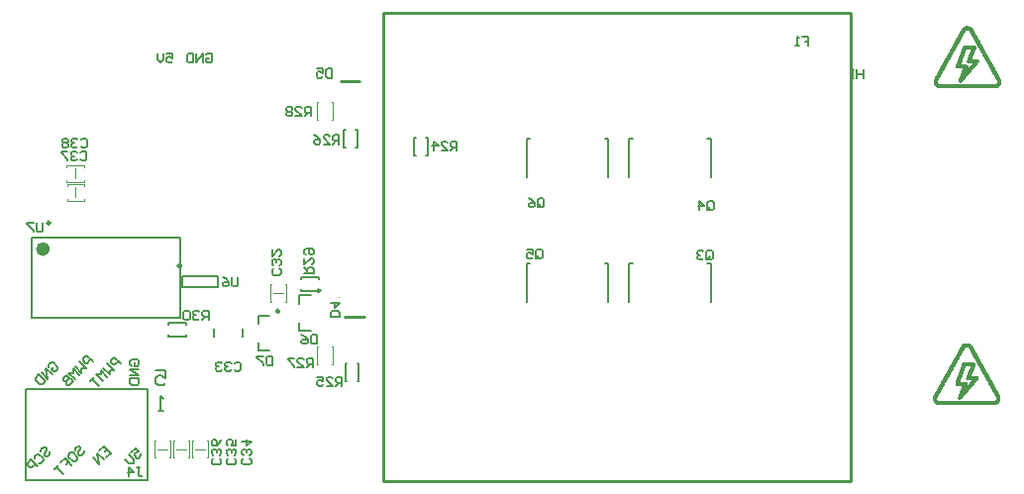
<source format=gbo>
G04*
G04 #@! TF.GenerationSoftware,Altium Limited,Altium Designer,18.0.7 (293)*
G04*
G04 Layer_Color=32896*
%FSLAX25Y25*%
%MOIN*%
G70*
G01*
G75*
%ADD10C,0.01000*%
%ADD11C,0.00984*%
%ADD12C,0.02362*%
%ADD13C,0.00787*%
%ADD14C,0.00394*%
%ADD15C,0.00500*%
%ADD16C,0.00315*%
%ADD17C,0.00100*%
%ADD19C,0.00591*%
%ADD86C,0.00800*%
D10*
X269446Y197327D02*
X426927D01*
Y39846D02*
Y197327D01*
X269446Y39846D02*
Y197327D01*
Y39846D02*
X426927D01*
X255052Y174267D02*
X261647D01*
X256652Y95167D02*
X263246D01*
D11*
X201364Y112200D02*
G03*
X201364Y112200I-492J0D01*
G01*
X248292Y103821D02*
G03*
X248292Y103821I-492J0D01*
G01*
X157358Y126704D02*
G03*
X157358Y126704I-492J0D01*
G01*
X234529Y96980D02*
G03*
X234529Y96980I-492J0D01*
G01*
D12*
X156118Y117846D02*
G03*
X156118Y117846I-1181J0D01*
G01*
D13*
X201758Y104917D02*
X213962D01*
X201758Y108853D02*
X213962D01*
Y104917D02*
Y108853D01*
X201758Y104917D02*
Y108853D01*
X241107Y90435D02*
Y93190D01*
Y90435D02*
X245044D01*
X241107Y99490D02*
Y102246D01*
X245044D01*
X151000Y121783D02*
X201000D01*
X151000Y94617D02*
X201000D01*
X151000D02*
X151000Y121783D01*
X201000D02*
X201000Y94617D01*
X149100Y70600D02*
X190000D01*
X149100Y40000D02*
Y70600D01*
Y40000D02*
X190000D01*
Y70600D01*
X212379Y88422D02*
Y91178D01*
X222221Y88422D02*
Y91178D01*
X227344Y83595D02*
Y86350D01*
Y83595D02*
X231281D01*
X227344Y92650D02*
Y95406D01*
X231281D01*
D14*
X253182Y180763D02*
G03*
X253182Y180763I-197J0D01*
G01*
X254782Y101663D02*
G03*
X254782Y101663I-197J0D01*
G01*
D15*
X345280Y100063D02*
Y113055D01*
X344098D02*
X345280D01*
X317721D02*
X318902D01*
X317721Y100063D02*
Y113055D01*
X197000Y88900D02*
X197000Y88300D01*
X203000Y88300D02*
Y88900D01*
X197000Y88300D02*
X203000Y88300D01*
X197000Y92900D02*
X197000Y92300D01*
X203000D02*
Y92900D01*
X197000Y92900D02*
X203000Y92900D01*
X379748Y142063D02*
Y155055D01*
X378567D02*
X379748D01*
X352189D02*
X353370D01*
X352189Y142063D02*
Y155055D01*
X345280Y142063D02*
Y155055D01*
X344098D02*
X345280D01*
X317721D02*
X318902D01*
X317721Y142063D02*
Y155055D01*
X379780Y100063D02*
Y113055D01*
X378598D02*
X379780D01*
X352221D02*
X353402D01*
X352221Y100063D02*
Y113055D01*
X260700Y151900D02*
Y157900D01*
X260100Y151900D02*
X260700D01*
X260100Y157900D02*
X260700D01*
X256100Y151900D02*
Y157900D01*
Y151900D02*
X256700D01*
X256100Y157900D02*
X256700D01*
X283900Y149500D02*
X284500D01*
X283900Y155500D02*
X284500Y155500D01*
X284500Y149500D01*
X279900D02*
X280500D01*
X279900Y155500D02*
X280500D01*
X279900Y149500D02*
Y155500D01*
X261300Y73500D02*
Y79500D01*
X260700Y73500D02*
X261300D01*
X260700Y79500D02*
X261300D01*
X256700Y73500D02*
Y79500D01*
Y73500D02*
X257300D01*
X256700Y79500D02*
X257300D01*
X241700Y103700D02*
X247700Y103700D01*
X241700Y103700D02*
Y104300D01*
X247700D02*
X247700Y103700D01*
X241700Y108300D02*
X247700Y108300D01*
X241700Y107700D02*
Y108300D01*
X247700Y107700D02*
X247700Y108300D01*
D16*
X162900Y146056D02*
X168806D01*
X168806Y145544D02*
X168806Y146056D01*
X162900Y145544D02*
Y146056D01*
X168806Y140544D02*
Y141056D01*
X162900Y140544D02*
X162900Y141056D01*
X162900Y140544D02*
X168806D01*
X165852Y141725D02*
X165853Y145072D01*
X247144Y161495D02*
Y167400D01*
X247656Y167400D01*
X247144Y161495D02*
X247656D01*
X252144Y167400D02*
X252656D01*
X252144Y161495D02*
X252656Y161495D01*
Y167400D01*
Y79100D02*
Y85005D01*
X252144Y79100D02*
X252656Y79100D01*
X252144Y85005D02*
X252656D01*
X247144Y79100D02*
X247656D01*
X247144Y85005D02*
X247656Y85005D01*
X247144Y79100D02*
Y85005D01*
X192444Y47594D02*
Y53500D01*
X192956Y53500D01*
X192444Y47594D02*
X192956D01*
X197444Y53500D02*
X197956D01*
X197444Y47594D02*
X197956Y47594D01*
Y53500D01*
X193428Y50547D02*
X196775Y50547D01*
X198794Y47594D02*
Y53500D01*
X199306Y53500D01*
X198794Y47594D02*
X199306D01*
X203794Y53500D02*
X204306D01*
X203794Y47594D02*
X204306Y47594D01*
Y53500D01*
X199778Y50547D02*
X203125Y50547D01*
X205144Y47594D02*
Y53500D01*
X205656Y53500D01*
X205144Y47594D02*
X205656D01*
X210144Y53500D02*
X210656D01*
X210144Y47594D02*
X210656Y47594D01*
Y53500D01*
X206128Y50547D02*
X209475Y50547D01*
X231444Y100094D02*
Y106000D01*
X231956Y106000D01*
X231444Y100094D02*
X231956D01*
X236444Y106000D02*
X236956D01*
X236444Y100094D02*
X236956Y100094D01*
Y106000D01*
X232428Y103047D02*
X235775Y103047D01*
X162995Y139556D02*
X168900D01*
X168900Y139044D02*
X168900Y139556D01*
X162995D02*
X162995Y139044D01*
X168900Y134556D02*
X168900Y134044D01*
X162995D02*
X162995Y134556D01*
X162995Y134044D02*
X168900D01*
X165947Y135225D02*
X165947Y138572D01*
D17*
X454900Y175200D02*
X456100D01*
X454900Y175100D02*
X456100D01*
X454800Y175000D02*
X456000D01*
X454800Y174900D02*
X456000D01*
X454800Y174800D02*
X455900D01*
X454800Y174700D02*
X455900D01*
X454800Y174600D02*
X455800D01*
X454800Y174500D02*
X455800D01*
X454800Y174400D02*
X455800D01*
X454800Y174300D02*
X455800D01*
X454800Y174200D02*
X455800D01*
X454800Y174100D02*
X455800D01*
X454800Y174000D02*
X455800D01*
X454800Y173900D02*
X455900D01*
X454800Y173800D02*
X455900D01*
X454800Y173700D02*
X456000D01*
X454800Y173600D02*
X456100D01*
X454900Y173500D02*
X456300D01*
X455400Y176200D02*
X456700D01*
X455400Y176100D02*
X456600D01*
X455300Y176000D02*
X456600D01*
X455300Y175900D02*
X456500D01*
X455200Y175800D02*
X456500D01*
X455200Y175700D02*
X456400D01*
X455100Y175600D02*
X456400D01*
X455100Y175500D02*
X456300D01*
X455000Y175400D02*
X456300D01*
X455000Y175300D02*
X456200D01*
X455000Y173400D02*
X456500D01*
Y178100D02*
X457700D01*
X458300Y181300D02*
X459500D01*
X458200Y181200D02*
X459500D01*
X458200Y181100D02*
X459400D01*
X458100Y181000D02*
X459400D01*
X458000Y180900D02*
X459300D01*
X458000Y180800D02*
X459200D01*
X457900Y180700D02*
X459200D01*
X457900Y180600D02*
X459100D01*
X457800Y180500D02*
X459100D01*
X457800Y180400D02*
X459000D01*
X457700Y180300D02*
X459000D01*
X457700Y180200D02*
X458900D01*
X457600Y180100D02*
X458900D01*
X457500Y180000D02*
X458800D01*
X457500Y179900D02*
X458700D01*
X457400Y179800D02*
X458700D01*
X457400Y179700D02*
X458600D01*
X457300Y179600D02*
X458600D01*
X457300Y179500D02*
X458500D01*
X457200Y179400D02*
X458500D01*
X457200Y179300D02*
X458400D01*
X457100Y179200D02*
X458400D01*
X457000Y179100D02*
X458300D01*
X457000Y179000D02*
X458200D01*
X456900Y178900D02*
X458200D01*
X456900Y178800D02*
X458100D01*
X456800Y178700D02*
X458100D01*
X456800Y178600D02*
X458000D01*
X456700Y178500D02*
X458000D01*
X456700Y178400D02*
X457900D01*
X456600Y178300D02*
X457900D01*
X456500Y178200D02*
X457800D01*
X456400Y178000D02*
X457700D01*
X456400Y177900D02*
X457600D01*
X456300Y177800D02*
X457600D01*
X456300Y177700D02*
X457500D01*
X456200Y177600D02*
X457500D01*
X456200Y177500D02*
X457400D01*
X456100Y177400D02*
X457400D01*
X456100Y177300D02*
X457300D01*
X456000Y177200D02*
X457300D01*
X455900Y177100D02*
X457200D01*
X455900Y177000D02*
X457100D01*
X455800Y176900D02*
X457100D01*
X455800Y176800D02*
X457000D01*
X455700Y176700D02*
X457000D01*
X455700Y176600D02*
X456900D01*
X455600Y176500D02*
X456900D01*
X455600Y176400D02*
X456800D01*
X463700Y176200D02*
X465600D01*
X463600Y176100D02*
X465500D01*
X463600Y176000D02*
X465400D01*
X463500Y175900D02*
X465400D01*
X463500Y175800D02*
X465300D01*
X463500Y175700D02*
X465200D01*
X463400Y175600D02*
X465100D01*
X463400Y175500D02*
X465000D01*
X463300Y175400D02*
X464900D01*
X463300Y175300D02*
X464900D01*
X463300Y175200D02*
X464800D01*
X463200Y175100D02*
X464700D01*
X463200Y175000D02*
X464600D01*
X463100Y174900D02*
X464500D01*
X463100Y174800D02*
X464400D01*
X463100Y174700D02*
X464300D01*
X463100Y174600D02*
X464300D01*
X463100Y174500D02*
X464200D01*
X463200Y174400D02*
X464100D01*
X463300Y174300D02*
X464000D01*
X463400Y174200D02*
X463800D01*
X462900Y181600D02*
X464100D01*
X462900Y181500D02*
X464100D01*
X462900Y181400D02*
X464000D01*
X462800Y181300D02*
X464000D01*
X462800Y181200D02*
X464000D01*
X462700Y181100D02*
X463900D01*
X462700Y181000D02*
X463900D01*
X462700Y180900D02*
X463800D01*
X462600Y180800D02*
X463800D01*
X462600Y180700D02*
X463800D01*
X462600Y180600D02*
X463700D01*
X462500Y180500D02*
X463700D01*
X462500Y180400D02*
X463700D01*
X462500Y180300D02*
X463600D01*
X462400Y180200D02*
X463600D01*
X462400Y180100D02*
X463600D01*
X462400Y180000D02*
X463500D01*
X462300Y179900D02*
X465600D01*
X462300Y179800D02*
X465800D01*
X462200Y179700D02*
X465900D01*
X462200Y179600D02*
X466000D01*
X462200Y179500D02*
X466000D01*
X462200Y179400D02*
X466100D01*
X462200Y179300D02*
X466100D01*
X462200Y179200D02*
X466000D01*
X462200Y179100D02*
X466000D01*
X462300Y179000D02*
X466000D01*
X462400Y178900D02*
X465900D01*
X464400Y178100D02*
X465600D01*
X465800D02*
X467200D01*
X463900Y184200D02*
X465000D01*
X463800Y184100D02*
X465000D01*
X463800Y184000D02*
X465000D01*
X463800Y183900D02*
X464900D01*
X463700Y183800D02*
X464900D01*
X463700Y183700D02*
X464900D01*
X463700Y183600D02*
X464800D01*
X463600Y183500D02*
X464800D01*
X463600Y183400D02*
X464800D01*
X463600Y183300D02*
X464700D01*
X463500Y183200D02*
X464700D01*
X463500Y183100D02*
X464600D01*
X463400Y183000D02*
X464600D01*
X463400Y182900D02*
X464600D01*
X463400Y182800D02*
X464500D01*
X463300Y182700D02*
X464500D01*
X463300Y182600D02*
X464500D01*
X466400D02*
X467500D01*
X463300Y182500D02*
X464400D01*
X466300D02*
X467500D01*
X463200Y182400D02*
X464400D01*
X466300D02*
X467500D01*
X463200Y182300D02*
X464300D01*
X466200D02*
X467400D01*
X463100Y182200D02*
X464300D01*
X466200D02*
X467400D01*
X463100Y182100D02*
X464300D01*
X466200D02*
X467300D01*
X463100Y182000D02*
X464200D01*
X466100D02*
X467300D01*
X463000Y181900D02*
X464200D01*
X466100D02*
X467300D01*
X463000Y181800D02*
X464200D01*
X466000D02*
X467200D01*
X463000Y181700D02*
X464100D01*
X464700Y178800D02*
X465900D01*
X464700Y178700D02*
X465800D01*
X464600Y178600D02*
X465800D01*
X464600Y178500D02*
X465800D01*
X464500Y178400D02*
X465700D01*
X466100D02*
X467500D01*
X464500Y178300D02*
X465700D01*
X466000D02*
X467400D01*
X464500Y178200D02*
X465600D01*
X465900D02*
X467300D01*
X464400Y178000D02*
X465600D01*
X465800D02*
X467100D01*
X464300Y177900D02*
X465500D01*
X465700D02*
X467100D01*
X464300Y177800D02*
X465500D01*
X465600D02*
X467000D01*
X464300Y177700D02*
X465400D01*
X465500D02*
X466900D01*
X464200Y177600D02*
X466800D01*
X464200Y177500D02*
X466700D01*
X464100Y177400D02*
X466600D01*
X464100Y177300D02*
X466600D01*
X464100Y177200D02*
X466500D01*
X464000Y177100D02*
X466400D01*
X464000Y177000D02*
X466300D01*
X463900Y176900D02*
X466200D01*
X463900Y176800D02*
X466100D01*
X463900Y176700D02*
X466000D01*
X463800Y176600D02*
X466000D01*
X463800Y176500D02*
X465900D01*
X463700Y176400D02*
X465800D01*
X459900Y184200D02*
X461200D01*
X459800Y184100D02*
X461100D01*
X459800Y184000D02*
X461000D01*
X459700Y183900D02*
X461000D01*
X459700Y183800D02*
X460900D01*
X462900Y189700D02*
X464200D01*
X462900Y189600D02*
X464100D01*
X462800Y189500D02*
X464100D01*
X462800Y189400D02*
X464000D01*
X462700Y189300D02*
X464000D01*
X462700Y189200D02*
X463900D01*
X462600Y189100D02*
X463900D01*
X462600Y189000D02*
X463800D01*
X462500Y188900D02*
X463800D01*
X462400Y188800D02*
X463700D01*
X462400Y188700D02*
X463600D01*
X462300Y188600D02*
X463600D01*
X462300Y188500D02*
X463500D01*
X462200Y188400D02*
X463500D01*
X462200Y188300D02*
X463400D01*
X462100Y188200D02*
X463400D01*
X462100Y188100D02*
X463300D01*
X462000Y188000D02*
X463300D01*
X461900Y187900D02*
X463200D01*
X461900Y187800D02*
X463100D01*
X461800Y187700D02*
X463100D01*
X461800Y187600D02*
X463000D01*
X461700Y187500D02*
X463000D01*
X461700Y187400D02*
X462900D01*
X461600Y187300D02*
X462900D01*
X460900Y186100D02*
X462200D01*
X464400Y192200D02*
X467500D01*
X464100Y191800D02*
X465700D01*
X464000Y191700D02*
X465400D01*
X464000Y191600D02*
X465300D01*
X463900Y191500D02*
X465200D01*
X463900Y191400D02*
X465100D01*
X463800Y191300D02*
X465100D01*
X463800Y191200D02*
X465000D01*
X463700Y191100D02*
X465000D01*
X463700Y191000D02*
X464900D01*
X463600Y190900D02*
X464900D01*
X463500Y190800D02*
X464800D01*
X463500Y190700D02*
X464700D01*
X463400Y190600D02*
X464700D01*
X463400Y190500D02*
X464600D01*
X463300Y190400D02*
X464600D01*
X463300Y190300D02*
X464500D01*
X463200Y190200D02*
X464500D01*
X463200Y190100D02*
X464400D01*
X463100Y190000D02*
X464400D01*
X463100Y189900D02*
X464300D01*
X463000Y189800D02*
X464300D01*
X464200Y185200D02*
X465400D01*
X464200Y185100D02*
X465400D01*
X464200Y185000D02*
X465300D01*
X464100Y184900D02*
X465300D01*
X464100Y184800D02*
X465300D01*
X464100Y184700D02*
X465200D01*
X464000Y184600D02*
X465200D01*
X464000Y184500D02*
X465100D01*
X463900Y184400D02*
X465100D01*
X461600Y187200D02*
X462800D01*
X461500Y187100D02*
X462800D01*
X461400Y187000D02*
X462700D01*
X461400Y186900D02*
X462600D01*
X461300Y186800D02*
X462600D01*
X461300Y186700D02*
X462500D01*
X461200Y186600D02*
X462500D01*
X461200Y186500D02*
X462400D01*
X461100Y186400D02*
X462400D01*
X461100Y186300D02*
X462300D01*
X461000Y186200D02*
X462300D01*
X460900Y186000D02*
X462100D01*
X460800Y185900D02*
X462100D01*
X460800Y185800D02*
X462000D01*
X460700Y185700D02*
X462000D01*
X460700Y185600D02*
X461900D01*
X460600Y185500D02*
X461900D01*
X460600Y185400D02*
X461800D01*
X460500Y185300D02*
X461800D01*
X460500Y185200D02*
X461700D01*
X460400Y185100D02*
X461600D01*
X460300Y185000D02*
X461600D01*
X460300Y184900D02*
X461500D01*
X460200Y184800D02*
X461500D01*
X460200Y184700D02*
X461400D01*
X460100Y184600D02*
X461400D01*
X460100Y184500D02*
X461300D01*
X460000Y184400D02*
X461300D01*
X465600Y192900D02*
X466300D01*
X465200Y192800D02*
X466700D01*
X465000Y192700D02*
X466900D01*
X464800Y192600D02*
X467100D01*
X464700Y192500D02*
X467200D01*
X464600Y192400D02*
X467300D01*
X470700Y184200D02*
X472000D01*
X470800Y184100D02*
X472100D01*
X470900Y184000D02*
X472100D01*
X470900Y183900D02*
X472200D01*
X474200Y178100D02*
X475400D01*
X471000Y183800D02*
X472200D01*
X471000Y183700D02*
X472300D01*
X471100Y183600D02*
X472300D01*
X471100Y183500D02*
X472400D01*
X471200Y183400D02*
X472500D01*
X471200Y183300D02*
X472500D01*
X471300Y183200D02*
X472600D01*
X471400Y183100D02*
X472600D01*
X471400Y183000D02*
X472700D01*
X471500Y182900D02*
X472700D01*
X471500Y182800D02*
X472800D01*
X471600Y182700D02*
X472900D01*
X471600Y182600D02*
X472900D01*
X471700Y182500D02*
X473000D01*
X471800Y182400D02*
X473000D01*
X471800Y182300D02*
X473100D01*
X471900Y182200D02*
X473100D01*
X471900Y182100D02*
X473200D01*
X472000Y182000D02*
X473200D01*
X472000Y181900D02*
X473300D01*
X472100Y181800D02*
X473400D01*
X472200Y181700D02*
X473400D01*
X472200Y181600D02*
X473500D01*
X472300Y181500D02*
X473500D01*
X472300Y181400D02*
X473600D01*
X472400Y181300D02*
X473600D01*
X472400Y181200D02*
X473700D01*
X472500Y181100D02*
X473700D01*
X472500Y181000D02*
X473800D01*
X472600Y180900D02*
X473900D01*
X472700Y180800D02*
X473900D01*
X472700Y180700D02*
X474000D01*
X472800Y180600D02*
X474000D01*
X472800Y180500D02*
X474100D01*
X472900Y180400D02*
X474100D01*
X472900Y180300D02*
X474200D01*
X473000Y180200D02*
X474200D01*
X473000Y180100D02*
X474300D01*
X473100Y180000D02*
X474400D01*
X473200Y179900D02*
X474400D01*
X473200Y179800D02*
X474500D01*
X473300Y179700D02*
X474500D01*
X473300Y179600D02*
X474600D01*
X473400Y179500D02*
X474600D01*
X473400Y179400D02*
X474700D01*
X473500Y179300D02*
X474700D01*
X473500Y179200D02*
X474800D01*
X473600Y179100D02*
X474900D01*
X473700Y179000D02*
X474900D01*
X473700Y178900D02*
X475000D01*
X473800Y178800D02*
X475000D01*
X473800Y178700D02*
X475100D01*
X473900Y178600D02*
X475100D01*
X473900Y178500D02*
X475200D01*
X474000Y178400D02*
X475200D01*
X474000Y178300D02*
X475300D01*
X474100Y178200D02*
X475400D01*
X474200Y178000D02*
X475500D01*
X474300Y177900D02*
X475500D01*
X468000Y180600D02*
X469400D01*
X467900Y180500D02*
X469300D01*
X467800Y180400D02*
X469200D01*
X467700Y180300D02*
X469100D01*
X469700Y186100D02*
X471000D01*
X469600Y186200D02*
X470900D01*
X469800Y186000D02*
X471000D01*
X469800Y185900D02*
X471100D01*
X469900Y185800D02*
X471100D01*
X469900Y185700D02*
X471200D01*
X470000Y185600D02*
X471200D01*
X470000Y185500D02*
X471300D01*
X470100Y185400D02*
X471300D01*
X470100Y185300D02*
X471400D01*
X470200Y185200D02*
X471400D01*
X470300Y185100D02*
X471500D01*
X470300Y185000D02*
X471600D01*
X470400Y184900D02*
X471600D01*
X470400Y184800D02*
X471700D01*
X470500Y184700D02*
X471700D01*
X470500Y184600D02*
X471800D01*
X470600Y184500D02*
X471800D01*
X470600Y184400D02*
X471900D01*
X467700Y189700D02*
X469000D01*
X467800Y189600D02*
X469000D01*
X467800Y189500D02*
X469100D01*
X467900Y189400D02*
X469100D01*
X467900Y189300D02*
X469200D01*
X468000Y189200D02*
X469200D01*
X468000Y189100D02*
X469300D01*
X468100Y189000D02*
X469300D01*
X468100Y188900D02*
X469400D01*
X468200Y188800D02*
X469500D01*
X468300Y188700D02*
X469500D01*
X468300Y188600D02*
X469600D01*
X468400Y188500D02*
X469600D01*
X468400Y188400D02*
X469700D01*
X468500Y188300D02*
X469700D01*
X468500Y188200D02*
X469800D01*
X468600Y188100D02*
X469800D01*
X468600Y188000D02*
X469900D01*
X468700Y187900D02*
X470000D01*
X468800Y187800D02*
X470000D01*
X468800Y187700D02*
X470100D01*
X468900Y187600D02*
X470100D01*
X468900Y187500D02*
X470200D01*
X469000Y187400D02*
X470200D01*
X469000Y187300D02*
X470300D01*
X469100Y187200D02*
X470300D01*
X469100Y187100D02*
X470400D01*
X469200Y187000D02*
X470500D01*
X469300Y186900D02*
X470500D01*
X469300Y186800D02*
X470600D01*
X469400Y186700D02*
X470600D01*
X469400Y186600D02*
X470700D01*
X469500Y186500D02*
X470700D01*
X469500Y186400D02*
X470800D01*
X469600Y186300D02*
X470800D01*
X475700Y175300D02*
X476900D01*
X475700Y175200D02*
X477000D01*
X475800Y175100D02*
X477000D01*
X475900Y175000D02*
X477100D01*
X475900Y174900D02*
X477100D01*
X476000Y174800D02*
X477100D01*
X476000Y174700D02*
X477100D01*
X476100Y174600D02*
X477100D01*
X476100Y174500D02*
X477100D01*
X476100Y174400D02*
X477100D01*
X476100Y174300D02*
X477100D01*
X476100Y174200D02*
X477100D01*
X476100Y174100D02*
X477100D01*
X476100Y174000D02*
X477100D01*
X476000Y173900D02*
X477100D01*
X476000Y173800D02*
X477100D01*
X475900Y173700D02*
X477100D01*
X475800Y173600D02*
X477100D01*
X455500Y176300D02*
X456800D01*
X464500Y192300D02*
X467400D01*
X463900Y184300D02*
X465100D01*
X463700Y176300D02*
X465700D01*
X460000Y184300D02*
X461200D01*
X470700D02*
X471900D01*
X455000Y173300D02*
X476900D01*
X455100Y173200D02*
X476800D01*
X455100Y173100D02*
X476800D01*
X455200Y173000D02*
X476700D01*
X455300Y172900D02*
X476600D01*
X455400Y172800D02*
X476500D01*
X455500Y172700D02*
X476400D01*
X455700Y172600D02*
X476200D01*
X455800Y172500D02*
X476100D01*
X456100Y172400D02*
X475800D01*
X456400Y172300D02*
X475500D01*
X475200Y176200D02*
X476500D01*
X475300Y176100D02*
X476500D01*
X475300Y176000D02*
X476600D01*
X475400Y175900D02*
X476600D01*
X475400Y175800D02*
X476700D01*
X475500Y175700D02*
X476700D01*
X475500Y175600D02*
X476800D01*
X475600Y175500D02*
X476800D01*
X475600Y175400D02*
X476900D01*
X475600Y173500D02*
X477000D01*
X475400Y173400D02*
X476900D01*
X474300Y177800D02*
X475600D01*
X474400Y177700D02*
X475600D01*
X474400Y177600D02*
X475700D01*
X474500Y177500D02*
X475700D01*
X474500Y177400D02*
X475800D01*
X474600Y177300D02*
X475800D01*
X474600Y177200D02*
X475900D01*
X474700Y177100D02*
X476000D01*
X474800Y177000D02*
X476000D01*
X474800Y176900D02*
X476100D01*
X474900Y176800D02*
X476100D01*
X474900Y176700D02*
X476200D01*
X475000Y176600D02*
X476200D01*
X475000Y176500D02*
X476300D01*
X475100Y176400D02*
X476300D01*
X467000Y184200D02*
X468200D01*
X467000Y184100D02*
X468200D01*
X466900Y184000D02*
X468100D01*
X466900Y183900D02*
X468100D01*
X466800Y183800D02*
X468000D01*
X466800Y183700D02*
X468000D01*
X466800Y183600D02*
X468000D01*
X466700Y183500D02*
X467900D01*
X466700Y183400D02*
X467900D01*
X466600Y183300D02*
X467800D01*
X466600Y183200D02*
X467800D01*
X466600Y183100D02*
X467700D01*
X466500Y183000D02*
X467700D01*
X466500Y182900D02*
X467700D01*
X466400Y182800D02*
X467600D01*
X466400Y182700D02*
X467600D01*
X466000Y181700D02*
X469500D01*
X466000Y181600D02*
X469600D01*
X465900Y181500D02*
X469700D01*
X465900Y181400D02*
X469700D01*
X465900Y181300D02*
X469700D01*
X465800Y181200D02*
X469700D01*
X465800Y181100D02*
X469700D01*
X465900Y181000D02*
X469700D01*
X466000Y180900D02*
X469600D01*
X466100Y180800D02*
X469500D01*
X466300Y180700D02*
X469500D01*
X467600Y180200D02*
X469000D01*
X467500Y180100D02*
X468900D01*
X467500Y180000D02*
X468900D01*
X467400Y179900D02*
X468800D01*
X467300Y179800D02*
X468700D01*
X467200Y179700D02*
X468600D01*
X467100Y179600D02*
X468500D01*
X467000Y179500D02*
X468400D01*
X466900Y179400D02*
X468300D01*
X466900Y179300D02*
X468300D01*
X466800Y179200D02*
X468200D01*
X466700Y179100D02*
X468100D01*
X466600Y179000D02*
X468000D01*
X466500Y178900D02*
X467900D01*
X466400Y178800D02*
X467800D01*
X466400Y178700D02*
X467700D01*
X466300Y178600D02*
X467700D01*
X466200Y178500D02*
X467600D01*
X459600Y183700D02*
X460900D01*
X459600Y183600D02*
X460800D01*
X459500Y183500D02*
X460800D01*
X459400Y183400D02*
X460700D01*
X459400Y183300D02*
X460700D01*
X459300Y183200D02*
X460600D01*
X459300Y183100D02*
X460500D01*
X459200Y183000D02*
X460500D01*
X459200Y182900D02*
X460400D01*
X459100Y182800D02*
X460400D01*
X459000Y182700D02*
X460300D01*
X459000Y182600D02*
X460300D01*
X458900Y182500D02*
X460200D01*
X458900Y182400D02*
X460100D01*
X458800Y182300D02*
X460100D01*
X458800Y182200D02*
X460000D01*
X458700Y182100D02*
X460000D01*
X458700Y182000D02*
X459900D01*
X458600Y181900D02*
X459900D01*
X458500Y181800D02*
X459800D01*
X458500Y181700D02*
X459700D01*
X458400Y181600D02*
X459700D01*
X458400Y181500D02*
X459600D01*
X458300Y181400D02*
X459600D01*
X464600Y186100D02*
X468700D01*
X464300Y192100D02*
X467600D01*
X464200Y192000D02*
X467700D01*
X464200Y191900D02*
X467700D01*
X466200Y191800D02*
X467800D01*
X466500Y191700D02*
X467900D01*
X466600Y191600D02*
X467900D01*
X466700Y191500D02*
X468000D01*
X466800Y191400D02*
X468000D01*
X466800Y191300D02*
X468100D01*
X466900Y191200D02*
X468100D01*
X466900Y191100D02*
X468200D01*
X467000Y191000D02*
X468200D01*
X467000Y190900D02*
X468300D01*
X467100Y190800D02*
X468400D01*
X467200Y190700D02*
X468400D01*
X467200Y190600D02*
X468500D01*
X467300Y190500D02*
X468500D01*
X467300Y190400D02*
X468600D01*
X467400Y190300D02*
X468600D01*
X467400Y190200D02*
X468700D01*
X467500Y190100D02*
X468700D01*
X467500Y190000D02*
X468800D01*
X467600Y189900D02*
X468800D01*
X467600Y189800D02*
X468900D01*
X464800Y186300D02*
X468500D01*
X464600Y186200D02*
X468700D01*
X464500Y186000D02*
X468800D01*
X464500Y185900D02*
X468800D01*
X464400Y185800D02*
X468800D01*
X464400Y185700D02*
X468800D01*
X464400Y185600D02*
X468800D01*
X464300Y185500D02*
X468700D01*
X464300Y185400D02*
X468700D01*
X464300Y185300D02*
X468600D01*
X467400Y185200D02*
X468600D01*
X467400Y185100D02*
X468600D01*
X467300Y185000D02*
X468500D01*
X467300Y184900D02*
X468500D01*
X467200Y184800D02*
X468400D01*
X467200Y184700D02*
X468400D01*
X467200Y184600D02*
X468400D01*
X467100Y184500D02*
X468300D01*
X467100Y184400D02*
X468300D01*
X475100Y176300D02*
X476400D01*
X467000Y184300D02*
X468200D01*
X466800Y77600D02*
X468000D01*
X474900Y69600D02*
X476200D01*
X466900Y77700D02*
X468100D01*
X466900Y77800D02*
X468100D01*
X467000Y77900D02*
X468200D01*
X467000Y78000D02*
X468200D01*
X467000Y78100D02*
X468200D01*
X467100Y78200D02*
X468300D01*
X467100Y78300D02*
X468300D01*
X467200Y78400D02*
X468400D01*
X467200Y78500D02*
X468400D01*
X464100Y78600D02*
X468400D01*
X464100Y78700D02*
X468500D01*
X464100Y78800D02*
X468500D01*
X464200Y78900D02*
X468600D01*
X464200Y79000D02*
X468600D01*
X464200Y79100D02*
X468600D01*
X464300Y79200D02*
X468600D01*
X464300Y79300D02*
X468600D01*
X464400Y79500D02*
X468500D01*
X464600Y79600D02*
X468300D01*
X467400Y83100D02*
X468700D01*
X467400Y83200D02*
X468600D01*
X467300Y83300D02*
X468600D01*
X467300Y83400D02*
X468500D01*
X467200Y83500D02*
X468500D01*
X467200Y83600D02*
X468400D01*
X467100Y83700D02*
X468400D01*
X467100Y83800D02*
X468300D01*
X467000Y83900D02*
X468300D01*
X467000Y84000D02*
X468200D01*
X466900Y84100D02*
X468200D01*
X466800Y84200D02*
X468100D01*
X466800Y84300D02*
X468000D01*
X466700Y84400D02*
X468000D01*
X466700Y84500D02*
X467900D01*
X466600Y84600D02*
X467900D01*
X466600Y84700D02*
X467800D01*
X466500Y84800D02*
X467800D01*
X466400Y84900D02*
X467700D01*
X466300Y85000D02*
X467700D01*
X466000Y85100D02*
X467600D01*
X464000Y85200D02*
X467500D01*
X464000Y85300D02*
X467500D01*
X464100Y85400D02*
X467400D01*
X464400Y79400D02*
X468500D01*
X458100Y74700D02*
X459400D01*
X458200Y74800D02*
X459400D01*
X458200Y74900D02*
X459500D01*
X458300Y75000D02*
X459500D01*
X458300Y75100D02*
X459600D01*
X458400Y75200D02*
X459700D01*
X458500Y75300D02*
X459700D01*
X458500Y75400D02*
X459800D01*
X458600Y75500D02*
X459800D01*
X458600Y75600D02*
X459900D01*
X458700Y75700D02*
X459900D01*
X458700Y75800D02*
X460000D01*
X458800Y75900D02*
X460100D01*
X458800Y76000D02*
X460100D01*
X458900Y76100D02*
X460200D01*
X459000Y76200D02*
X460200D01*
X459000Y76300D02*
X460300D01*
X459100Y76400D02*
X460300D01*
X459100Y76500D02*
X460400D01*
X459200Y76600D02*
X460500D01*
X459200Y76700D02*
X460500D01*
X459300Y76800D02*
X460600D01*
X459400Y76900D02*
X460600D01*
X459400Y77000D02*
X460700D01*
X466000Y71800D02*
X467400D01*
X466100Y71900D02*
X467500D01*
X466200Y72000D02*
X467500D01*
X466200Y72100D02*
X467600D01*
X466300Y72200D02*
X467700D01*
X466400Y72300D02*
X467800D01*
X466500Y72400D02*
X467900D01*
X466600Y72500D02*
X468000D01*
X466700Y72600D02*
X468100D01*
X466700Y72700D02*
X468100D01*
X466800Y72800D02*
X468200D01*
X466900Y72900D02*
X468300D01*
X467000Y73000D02*
X468400D01*
X467100Y73100D02*
X468500D01*
X467200Y73200D02*
X468600D01*
X467300Y73300D02*
X468700D01*
X467300Y73400D02*
X468700D01*
X467400Y73500D02*
X468800D01*
X466100Y74000D02*
X469300D01*
X465900Y74100D02*
X469300D01*
X465800Y74200D02*
X469400D01*
X465700Y74300D02*
X469500D01*
X465600Y74400D02*
X469500D01*
X465600Y74500D02*
X469500D01*
X465700Y74600D02*
X469500D01*
X465700Y74700D02*
X469500D01*
X465700Y74800D02*
X469500D01*
X465800Y74900D02*
X469400D01*
X465800Y75000D02*
X469300D01*
X466200Y76000D02*
X467400D01*
X466200Y76100D02*
X467400D01*
X466300Y76200D02*
X467500D01*
X466300Y76300D02*
X467500D01*
X466400Y76400D02*
X467500D01*
X466400Y76500D02*
X467600D01*
X466400Y76600D02*
X467600D01*
X466500Y76700D02*
X467700D01*
X466500Y76800D02*
X467700D01*
X466600Y76900D02*
X467800D01*
X466600Y77000D02*
X467800D01*
X466600Y77100D02*
X467800D01*
X466700Y77200D02*
X467900D01*
X466700Y77300D02*
X467900D01*
X466800Y77400D02*
X468000D01*
X466800Y77500D02*
X468000D01*
X474900Y69700D02*
X476100D01*
X474800Y69800D02*
X476100D01*
X474800Y69900D02*
X476000D01*
X474700Y70000D02*
X476000D01*
X474700Y70100D02*
X475900D01*
X474600Y70200D02*
X475900D01*
X474600Y70300D02*
X475800D01*
X474500Y70400D02*
X475800D01*
X474400Y70500D02*
X475700D01*
X474400Y70600D02*
X475600D01*
X474300Y70700D02*
X475600D01*
X474300Y70800D02*
X475500D01*
X474200Y70900D02*
X475500D01*
X474200Y71000D02*
X475400D01*
X474100Y71100D02*
X475400D01*
X475200Y66700D02*
X476700D01*
X475400Y66800D02*
X476800D01*
X475400Y68700D02*
X476700D01*
X475400Y68800D02*
X476600D01*
X475300Y68900D02*
X476600D01*
X475300Y69000D02*
X476500D01*
X475200Y69100D02*
X476500D01*
X475200Y69200D02*
X476400D01*
X475100Y69300D02*
X476400D01*
X475100Y69400D02*
X476300D01*
X475000Y69500D02*
X476300D01*
X456200Y65600D02*
X475300D01*
X455900Y65700D02*
X475600D01*
X455600Y65800D02*
X475900D01*
X455500Y65900D02*
X476000D01*
X455300Y66000D02*
X476200D01*
X455200Y66100D02*
X476300D01*
X455100Y66200D02*
X476400D01*
X455000Y66300D02*
X476500D01*
X454900Y66400D02*
X476600D01*
X454900Y66500D02*
X476600D01*
X454800Y66600D02*
X476700D01*
X470500Y77600D02*
X471700D01*
X459800D02*
X461000D01*
X463500Y69600D02*
X465500D01*
X463700Y77600D02*
X464900D01*
X464300Y85600D02*
X467200D01*
X455300Y69600D02*
X456600D01*
X475600Y66900D02*
X476900D01*
X475700Y67000D02*
X476900D01*
X475800Y67100D02*
X476900D01*
X475800Y67200D02*
X476900D01*
X475900Y67300D02*
X476900D01*
X475900Y67400D02*
X476900D01*
X475900Y67500D02*
X476900D01*
X475900Y67600D02*
X476900D01*
X475900Y67700D02*
X476900D01*
X475900Y67800D02*
X476900D01*
X475900Y67900D02*
X476900D01*
X475800Y68000D02*
X476900D01*
X475800Y68100D02*
X476900D01*
X475700Y68200D02*
X476900D01*
X475700Y68300D02*
X476900D01*
X475600Y68400D02*
X476800D01*
X475500Y68500D02*
X476800D01*
X475500Y68600D02*
X476700D01*
X469400Y79600D02*
X470600D01*
X469300Y79700D02*
X470600D01*
X469300Y79800D02*
X470500D01*
X469200Y79900D02*
X470500D01*
X469200Y80000D02*
X470400D01*
X469100Y80100D02*
X470400D01*
X469100Y80200D02*
X470300D01*
X469000Y80300D02*
X470300D01*
X468900Y80400D02*
X470200D01*
X468900Y80500D02*
X470100D01*
X468800Y80600D02*
X470100D01*
X468800Y80700D02*
X470000D01*
X468700Y80800D02*
X470000D01*
X468700Y80900D02*
X469900D01*
X468600Y81000D02*
X469900D01*
X468600Y81100D02*
X469800D01*
X468500Y81200D02*
X469800D01*
X468400Y81300D02*
X469700D01*
X468400Y81400D02*
X469600D01*
X468300Y81500D02*
X469600D01*
X468300Y81600D02*
X469500D01*
X468200Y81700D02*
X469500D01*
X468200Y81800D02*
X469400D01*
X468100Y81900D02*
X469400D01*
X468100Y82000D02*
X469300D01*
X468000Y82100D02*
X469300D01*
X467900Y82200D02*
X469200D01*
X467900Y82300D02*
X469100D01*
X467800Y82400D02*
X469100D01*
X467800Y82500D02*
X469000D01*
X467700Y82600D02*
X469000D01*
X467700Y82700D02*
X468900D01*
X467600Y82800D02*
X468900D01*
X467600Y82900D02*
X468800D01*
X467500Y83000D02*
X468800D01*
X470400Y77700D02*
X471700D01*
X470400Y77800D02*
X471600D01*
X470300Y77900D02*
X471600D01*
X470300Y78000D02*
X471500D01*
X470200Y78100D02*
X471500D01*
X470200Y78200D02*
X471400D01*
X470100Y78300D02*
X471400D01*
X470100Y78400D02*
X471300D01*
X470000Y78500D02*
X471200D01*
X469900Y78600D02*
X471200D01*
X469900Y78700D02*
X471100D01*
X469800Y78800D02*
X471100D01*
X469800Y78900D02*
X471000D01*
X469700Y79000D02*
X471000D01*
X469700Y79100D02*
X470900D01*
X469600Y79200D02*
X470900D01*
X469600Y79300D02*
X470800D01*
X469400Y79500D02*
X470700D01*
X469500Y79400D02*
X470800D01*
X467500Y73600D02*
X468900D01*
X467600Y73700D02*
X469000D01*
X467700Y73800D02*
X469100D01*
X467800Y73900D02*
X469200D01*
X474100Y71200D02*
X475300D01*
X474000Y71300D02*
X475300D01*
X473900Y71500D02*
X475200D01*
X473800Y71600D02*
X475100D01*
X473800Y71700D02*
X475000D01*
X473700Y71800D02*
X475000D01*
X473700Y71900D02*
X474900D01*
X473600Y72000D02*
X474900D01*
X473600Y72100D02*
X474800D01*
X473500Y72200D02*
X474800D01*
X473500Y72300D02*
X474700D01*
X473400Y72400D02*
X474700D01*
X473300Y72500D02*
X474600D01*
X473300Y72600D02*
X474500D01*
X473200Y72700D02*
X474500D01*
X473200Y72800D02*
X474400D01*
X473100Y72900D02*
X474400D01*
X473100Y73000D02*
X474300D01*
X473000Y73100D02*
X474300D01*
X473000Y73200D02*
X474200D01*
X472900Y73300D02*
X474200D01*
X472800Y73400D02*
X474100D01*
X472800Y73500D02*
X474000D01*
X472700Y73600D02*
X474000D01*
X472700Y73700D02*
X473900D01*
X472600Y73800D02*
X473900D01*
X472600Y73900D02*
X473800D01*
X472500Y74000D02*
X473800D01*
X472500Y74100D02*
X473700D01*
X472400Y74200D02*
X473700D01*
X472300Y74300D02*
X473600D01*
X472300Y74400D02*
X473500D01*
X472200Y74500D02*
X473500D01*
X472200Y74600D02*
X473400D01*
X472100Y74700D02*
X473400D01*
X472100Y74800D02*
X473300D01*
X472000Y74900D02*
X473300D01*
X472000Y75000D02*
X473200D01*
X471900Y75100D02*
X473200D01*
X471800Y75200D02*
X473100D01*
X471800Y75300D02*
X473000D01*
X471700Y75400D02*
X473000D01*
X471700Y75500D02*
X472900D01*
X471600Y75600D02*
X472900D01*
X471600Y75700D02*
X472800D01*
X471500Y75800D02*
X472800D01*
X471400Y75900D02*
X472700D01*
X471400Y76000D02*
X472700D01*
X471300Y76100D02*
X472600D01*
X471300Y76200D02*
X472500D01*
X471200Y76300D02*
X472500D01*
X471200Y76400D02*
X472400D01*
X471100Y76500D02*
X472400D01*
X471000Y76600D02*
X472300D01*
X471000Y76700D02*
X472300D01*
X470900Y76800D02*
X472200D01*
X470900Y76900D02*
X472100D01*
X470800Y77000D02*
X472100D01*
X470800Y77100D02*
X472000D01*
X474000Y71400D02*
X475200D01*
X470700Y77200D02*
X472000D01*
X470700Y77300D02*
X471900D01*
X470600Y77400D02*
X471900D01*
X470500Y77500D02*
X471800D01*
X464400Y85700D02*
X467100D01*
X464500Y85800D02*
X467000D01*
X464600Y85900D02*
X466900D01*
X464800Y86000D02*
X466700D01*
X465000Y86100D02*
X466500D01*
X465400Y86200D02*
X466100D01*
X459800Y77700D02*
X461100D01*
X459900Y77800D02*
X461100D01*
X459900Y77900D02*
X461200D01*
X460000Y78000D02*
X461200D01*
X460000Y78100D02*
X461300D01*
X460100Y78200D02*
X461300D01*
X460100Y78300D02*
X461400D01*
X460200Y78400D02*
X461400D01*
X460300Y78500D02*
X461500D01*
X460300Y78600D02*
X461600D01*
X460400Y78700D02*
X461600D01*
X460400Y78800D02*
X461700D01*
X460500Y78900D02*
X461700D01*
X460500Y79000D02*
X461800D01*
X460600Y79100D02*
X461800D01*
X460600Y79200D02*
X461900D01*
X460700Y79300D02*
X461900D01*
X460800Y79500D02*
X462100D01*
X460900Y79600D02*
X462100D01*
X460900Y79700D02*
X462200D01*
X461000Y79800D02*
X462200D01*
X461000Y79900D02*
X462300D01*
X461100Y80000D02*
X462300D01*
X461100Y80100D02*
X462400D01*
X461200Y80200D02*
X462400D01*
X461200Y80300D02*
X462500D01*
X461300Y80400D02*
X462600D01*
X461400Y80500D02*
X462600D01*
X463700Y77700D02*
X464900D01*
X463800Y77800D02*
X464900D01*
X463800Y77900D02*
X465000D01*
X463900Y78000D02*
X465000D01*
X463900Y78100D02*
X465100D01*
X463900Y78200D02*
X465100D01*
X464000Y78300D02*
X465100D01*
X464000Y78400D02*
X465200D01*
X464000Y78500D02*
X465200D01*
X462800Y83100D02*
X464100D01*
X462900Y83200D02*
X464100D01*
X462900Y83300D02*
X464200D01*
X463000Y83400D02*
X464200D01*
X463000Y83500D02*
X464300D01*
X463100Y83600D02*
X464300D01*
X463100Y83700D02*
X464400D01*
X463200Y83800D02*
X464400D01*
X463200Y83900D02*
X464500D01*
X463300Y84000D02*
X464500D01*
X463300Y84100D02*
X464600D01*
X463400Y84200D02*
X464700D01*
X463500Y84300D02*
X464700D01*
X463500Y84400D02*
X464800D01*
X463600Y84500D02*
X464800D01*
X463600Y84600D02*
X464900D01*
X463700Y84700D02*
X464900D01*
X463700Y84800D02*
X465000D01*
X463800Y84900D02*
X465100D01*
X463800Y85000D02*
X465200D01*
X463900Y85100D02*
X465500D01*
X464200Y85500D02*
X467300D01*
X460700Y79400D02*
X462000D01*
X461400Y80600D02*
X462700D01*
X461500Y80700D02*
X462700D01*
X461500Y80800D02*
X462800D01*
X461600Y80900D02*
X462800D01*
X461600Y81000D02*
X462900D01*
X461700Y81100D02*
X462900D01*
X461700Y81200D02*
X463000D01*
X461800Y81300D02*
X463100D01*
X461900Y81400D02*
X463100D01*
X461900Y81500D02*
X463200D01*
X462000Y81600D02*
X463200D01*
X462000Y81700D02*
X463300D01*
X462100Y81800D02*
X463300D01*
X462100Y81900D02*
X463400D01*
X462200Y82000D02*
X463400D01*
X462200Y82100D02*
X463500D01*
X462300Y82200D02*
X463600D01*
X462400Y82300D02*
X463600D01*
X462400Y82400D02*
X463700D01*
X462500Y82500D02*
X463700D01*
X462500Y82600D02*
X463800D01*
X462600Y82700D02*
X463800D01*
X462600Y82800D02*
X463900D01*
X462700Y82900D02*
X463900D01*
X462700Y83000D02*
X464000D01*
X459500Y77100D02*
X460700D01*
X459500Y77200D02*
X460800D01*
X459600Y77300D02*
X460800D01*
X459600Y77400D02*
X460900D01*
X459700Y77500D02*
X461000D01*
X463500Y69700D02*
X465600D01*
X463600Y69800D02*
X465700D01*
X463600Y69900D02*
X465800D01*
X463700Y70000D02*
X465800D01*
X463700Y70100D02*
X465900D01*
X463700Y70200D02*
X466000D01*
X463800Y70300D02*
X466100D01*
X463800Y70400D02*
X466200D01*
X463900Y70500D02*
X466300D01*
X463900Y70600D02*
X466400D01*
X463900Y70700D02*
X466400D01*
X464000Y70800D02*
X466500D01*
X464000Y70900D02*
X466600D01*
X465300Y71000D02*
X466700D01*
X464100D02*
X465200D01*
X465400Y71100D02*
X466800D01*
X464100D02*
X465300D01*
X465500Y71200D02*
X466900D01*
X464100D02*
X465300D01*
X465600Y71300D02*
X466900D01*
X464200D02*
X465400D01*
X465700Y71500D02*
X467100D01*
X464300D02*
X465400D01*
X465800Y71600D02*
X467200D01*
X464300D02*
X465500D01*
X465900Y71700D02*
X467300D01*
X464300D02*
X465500D01*
X464400Y71800D02*
X465600D01*
X464400Y71900D02*
X465600D01*
X464500Y72000D02*
X465600D01*
X464500Y72100D02*
X465700D01*
X462800Y75000D02*
X463900D01*
X465800Y75100D02*
X467000D01*
X462800D02*
X464000D01*
X465900Y75200D02*
X467100D01*
X462800D02*
X464000D01*
X465900Y75300D02*
X467100D01*
X462900D02*
X464000D01*
X466000Y75400D02*
X467100D01*
X462900D02*
X464100D01*
X466000Y75500D02*
X467200D01*
X462900D02*
X464100D01*
X466000Y75600D02*
X467200D01*
X463000D02*
X464100D01*
X466100Y75700D02*
X467300D01*
X463000D02*
X464200D01*
X466100Y75800D02*
X467300D01*
X463100D02*
X464200D01*
X466200Y75900D02*
X467300D01*
X463100D02*
X464300D01*
X463100Y76000D02*
X464300D01*
X463200Y76100D02*
X464300D01*
X463200Y76200D02*
X464400D01*
X463200Y76300D02*
X464400D01*
X463300Y76400D02*
X464400D01*
X463300Y76500D02*
X464500D01*
X463400Y76600D02*
X464500D01*
X463400Y76700D02*
X464600D01*
X463400Y76800D02*
X464600D01*
X463500Y76900D02*
X464600D01*
X463500Y77000D02*
X464700D01*
X463500Y77100D02*
X464700D01*
X463600Y77200D02*
X464700D01*
X463600Y77300D02*
X464800D01*
X463600Y77400D02*
X464800D01*
X463700Y77500D02*
X464800D01*
X465600Y71400D02*
X467000D01*
X464200D02*
X465400D01*
X462200Y72200D02*
X465700D01*
X462100Y72300D02*
X465800D01*
X462000Y72400D02*
X465800D01*
X462000Y72500D02*
X465800D01*
X462000Y72600D02*
X465900D01*
X462000Y72700D02*
X465900D01*
X462000Y72800D02*
X465800D01*
X462000Y72900D02*
X465800D01*
X462000Y73000D02*
X465700D01*
X462100Y73100D02*
X465600D01*
X462100Y73200D02*
X465400D01*
X462200Y73300D02*
X463300D01*
X462200Y73400D02*
X463400D01*
X462200Y73500D02*
X463400D01*
X462300Y73600D02*
X463400D01*
X462300Y73700D02*
X463500D01*
X462300Y73800D02*
X463500D01*
X462400Y73900D02*
X463500D01*
X462400Y74000D02*
X463600D01*
X462400Y74100D02*
X463600D01*
X462500Y74200D02*
X463600D01*
X462500Y74300D02*
X463700D01*
X462500Y74400D02*
X463700D01*
X462600Y74500D02*
X463800D01*
X462600Y74600D02*
X463800D01*
X462700Y74700D02*
X463800D01*
X462700Y74800D02*
X463900D01*
X462700Y74900D02*
X463900D01*
X463200Y67500D02*
X463600D01*
X463100Y67600D02*
X463800D01*
X463000Y67700D02*
X463900D01*
X462900Y67800D02*
X464000D01*
X462900Y67900D02*
X464100D01*
X462900Y68000D02*
X464100D01*
X462900Y68100D02*
X464200D01*
X462900Y68200D02*
X464300D01*
X463000Y68300D02*
X464400D01*
X463000Y68400D02*
X464500D01*
X463100Y68500D02*
X464600D01*
X463100Y68600D02*
X464700D01*
X463100Y68700D02*
X464700D01*
X463200Y68800D02*
X464800D01*
X463200Y68900D02*
X464900D01*
X463300Y69000D02*
X465000D01*
X463300Y69100D02*
X465100D01*
X463300Y69200D02*
X465200D01*
X463400Y69300D02*
X465200D01*
X463400Y69400D02*
X465300D01*
X463500Y69500D02*
X465400D01*
X455400Y69700D02*
X456600D01*
X455400Y69800D02*
X456700D01*
X455500Y69900D02*
X456700D01*
X455500Y70000D02*
X456800D01*
X455600Y70100D02*
X456800D01*
X455600Y70200D02*
X456900D01*
X455700Y70300D02*
X456900D01*
X455700Y70400D02*
X457000D01*
X455800Y70500D02*
X457100D01*
X455900Y70600D02*
X457100D01*
X455900Y70700D02*
X457200D01*
X456000Y70800D02*
X457200D01*
X456000Y70900D02*
X457300D01*
X456100Y71000D02*
X457300D01*
X456100Y71100D02*
X457400D01*
X456200Y71200D02*
X457400D01*
X456200Y71300D02*
X457500D01*
X456300Y71500D02*
X457600D01*
X456400Y71600D02*
X457700D01*
X456500Y71700D02*
X457700D01*
X456500Y71800D02*
X457800D01*
X456600Y71900D02*
X457800D01*
X456600Y72000D02*
X457900D01*
X456700Y72100D02*
X457900D01*
X456700Y72200D02*
X458000D01*
X456800Y72300D02*
X458000D01*
X456800Y72400D02*
X458100D01*
X456900Y72500D02*
X458200D01*
X457000Y72600D02*
X458200D01*
X457000Y72700D02*
X458300D01*
X457100Y72800D02*
X458300D01*
X457100Y72900D02*
X458400D01*
X457200Y73000D02*
X458400D01*
X457200Y73100D02*
X458500D01*
X457300Y73200D02*
X458500D01*
X457300Y73300D02*
X458600D01*
X457400Y73400D02*
X458700D01*
X457500Y73500D02*
X458700D01*
X457500Y73600D02*
X458800D01*
X457600Y73700D02*
X458800D01*
X457600Y73800D02*
X458900D01*
X457700Y73900D02*
X458900D01*
X457700Y74000D02*
X459000D01*
X457800Y74100D02*
X459000D01*
X457800Y74200D02*
X459100D01*
X457900Y74300D02*
X459200D01*
X458000Y74400D02*
X459200D01*
X458000Y74500D02*
X459300D01*
X458100Y74600D02*
X459300D01*
X456300Y71400D02*
X457500D01*
X454800Y66700D02*
X456300D01*
X454800Y68600D02*
X456000D01*
X454800Y68700D02*
X456100D01*
X454900Y68800D02*
X456100D01*
X454900Y68900D02*
X456200D01*
X455000Y69000D02*
X456200D01*
X455000Y69100D02*
X456300D01*
X455100Y69200D02*
X456300D01*
X455100Y69300D02*
X456400D01*
X455200Y69400D02*
X456400D01*
X455200Y69500D02*
X456500D01*
X454700Y66800D02*
X456100D01*
X454600Y66900D02*
X455900D01*
X454600Y67000D02*
X455800D01*
X454600Y67100D02*
X455700D01*
X454600Y67200D02*
X455700D01*
X454600Y67300D02*
X455600D01*
X454600Y67400D02*
X455600D01*
X454600Y67500D02*
X455600D01*
X454600Y67600D02*
X455600D01*
X454600Y67700D02*
X455600D01*
X454600Y67800D02*
X455600D01*
X454600Y67900D02*
X455600D01*
X454600Y68000D02*
X455700D01*
X454600Y68100D02*
X455700D01*
X454600Y68200D02*
X455800D01*
X454600Y68300D02*
X455800D01*
X454700Y68400D02*
X455900D01*
X454700Y68500D02*
X455900D01*
D19*
X173954Y49942D02*
X175438Y51426D01*
X177665Y49200D01*
X176181Y47716D01*
X176552Y50313D02*
X175810Y49571D01*
X175438Y46974D02*
X173212Y49200D01*
X173954Y45489D01*
X171728Y47716D01*
X209801Y183224D02*
X210326Y183749D01*
X211375D01*
X211900Y183224D01*
Y181125D01*
X211375Y180600D01*
X210326D01*
X209801Y181125D01*
Y182174D01*
X210851D01*
X208751Y180600D02*
Y183749D01*
X206652Y180600D01*
Y183749D01*
X205603D02*
Y180600D01*
X204029D01*
X203504Y181125D01*
Y183224D01*
X204029Y183749D01*
X205603D01*
X196501D02*
X198600D01*
Y182174D01*
X197550Y182699D01*
X197026D01*
X196501Y182174D01*
Y181125D01*
X197026Y180600D01*
X198075D01*
X198600Y181125D01*
X195451Y183749D02*
Y181649D01*
X194402Y180600D01*
X193352Y181649D01*
Y183749D01*
X156960Y78171D02*
Y78913D01*
X157703Y79655D01*
X158445Y79655D01*
X159929Y78171D01*
Y77429D01*
X159187Y76687D01*
X158445Y76687D01*
X157703Y77429D01*
X158445Y78171D01*
X158074Y75574D02*
X155847Y77800D01*
X156589Y74089D01*
X154363Y76316D01*
X153621Y75574D02*
X155847Y73347D01*
X154734Y72234D01*
X153992Y72234D01*
X152508Y73718D01*
Y74460D01*
X153621Y75574D01*
X171700Y79900D02*
X169474Y82126D01*
X168360Y81013D01*
Y80271D01*
X169103Y79529D01*
X169845Y79529D01*
X170958Y80642D01*
X167247Y79900D02*
X169474Y77674D01*
X167989D01*
Y76189D01*
X165763Y78416D01*
X167247Y75447D02*
X165021Y77674D01*
Y76189D01*
X163537D01*
X165763Y73963D01*
X162794Y75447D02*
X165021Y73221D01*
X163908Y72108D01*
X163165Y72108D01*
X162794Y72479D01*
Y73221D01*
X163908Y74334D01*
X162794Y73221D01*
X162052D01*
X161681Y73592D01*
Y74334D01*
X162794Y75447D01*
X181100Y79300D02*
X178874Y81526D01*
X177760Y80413D01*
Y79671D01*
X178503Y78929D01*
X179245Y78929D01*
X180358Y80042D01*
X176647Y79300D02*
X178874Y77074D01*
X177389D01*
Y75589D01*
X175163Y77816D01*
X176647Y74847D02*
X174421Y77074D01*
Y75589D01*
X172937D01*
X175163Y73363D01*
X172194Y74847D02*
X170710Y73363D01*
X171452Y74105D01*
X173679Y71879D01*
X184676Y78501D02*
X184151Y79026D01*
Y80075D01*
X184676Y80600D01*
X186775D01*
X187300Y80075D01*
Y79026D01*
X186775Y78501D01*
X185726D01*
Y79550D01*
X187300Y77451D02*
X184151D01*
X187300Y75352D01*
X184151D01*
Y74303D02*
X187300D01*
Y72729D01*
X186775Y72204D01*
X184676D01*
X184151Y72729D01*
Y74303D01*
X184589Y49342D02*
X186074Y50826D01*
X187187Y49713D01*
X186074Y49342D01*
X185703Y48971D01*
Y48229D01*
X186445Y47487D01*
X187187Y47487D01*
X187929Y48229D01*
Y48971D01*
X183847Y48600D02*
X185331Y47116D01*
Y45632D01*
X183847D01*
X182363Y47116D01*
X165760Y49971D02*
Y50713D01*
X166502Y51455D01*
X167245Y51455D01*
X167616Y51084D01*
X167616Y50342D01*
X166874Y49600D01*
X166874Y48858D01*
X167245Y48487D01*
X167987Y48487D01*
X168729Y49229D01*
Y49971D01*
X163534Y48487D02*
X164276Y49229D01*
X165018Y49229D01*
X166502Y47745D01*
Y47003D01*
X165760Y46260D01*
X165018Y46260D01*
X163534Y47745D01*
Y48487D01*
X160937Y45889D02*
X162421Y47374D01*
X163534Y46260D01*
X162792Y45518D01*
X163534Y46260D01*
X164647Y45147D01*
X160194D02*
X158710Y43663D01*
X159452Y44405D01*
X161679Y42179D01*
X154260Y49571D02*
Y50313D01*
X155002Y51055D01*
X155745Y51055D01*
X156116Y50684D01*
X156116Y49942D01*
X155374Y49200D01*
X155374Y48458D01*
X155745Y48087D01*
X156487Y48087D01*
X157229Y48829D01*
Y49571D01*
X152034Y47345D02*
Y48087D01*
X152776Y48829D01*
X153518Y48829D01*
X155002Y47345D01*
Y46602D01*
X154260Y45860D01*
X153518Y45860D01*
X153147Y44747D02*
X150921Y46974D01*
X149808Y45860D01*
Y45118D01*
X150550Y44376D01*
X151292Y44376D01*
X152405Y45489D01*
X210700Y94000D02*
Y97149D01*
X209126D01*
X208601Y96624D01*
Y95574D01*
X209126Y95050D01*
X210700D01*
X209650D02*
X208601Y94000D01*
X207551Y96624D02*
X207027Y97149D01*
X205977D01*
X205452Y96624D01*
Y96099D01*
X205977Y95574D01*
X206502D01*
X205977D01*
X205452Y95050D01*
Y94525D01*
X205977Y94000D01*
X207027D01*
X207551Y94525D01*
X204403Y96624D02*
X203878Y97149D01*
X202829D01*
X202304Y96624D01*
Y94525D01*
X202829Y94000D01*
X203878D01*
X204403Y94525D01*
Y96624D01*
X186501Y44449D02*
X187550D01*
X187026D01*
Y41825D01*
X187550Y41300D01*
X188075D01*
X188600Y41825D01*
X183877Y41300D02*
Y44449D01*
X185451Y42874D01*
X183352D01*
X154900Y126749D02*
Y124125D01*
X154375Y123600D01*
X153326D01*
X152801Y124125D01*
Y126749D01*
X151751D02*
X149652D01*
Y126224D01*
X151751Y124125D01*
Y123600D01*
X220600Y108449D02*
Y105825D01*
X220075Y105300D01*
X219026D01*
X218501Y105825D01*
Y108449D01*
X215352D02*
X216402Y107924D01*
X217451Y106874D01*
Y105825D01*
X216927Y105300D01*
X215877D01*
X215352Y105825D01*
Y106350D01*
X215877Y106874D01*
X217451D01*
X242900Y109600D02*
X246049D01*
Y111174D01*
X245524Y111699D01*
X244474D01*
X243950Y111174D01*
Y109600D01*
Y110650D02*
X242900Y111699D01*
Y114848D02*
Y112749D01*
X244999Y114848D01*
X245524D01*
X246049Y114323D01*
Y113273D01*
X245524Y112749D01*
X243425Y115897D02*
X242900Y116422D01*
Y117472D01*
X243425Y117996D01*
X245524D01*
X246049Y117472D01*
Y116422D01*
X245524Y115897D01*
X244999D01*
X244474Y116422D01*
Y117996D01*
X247200Y89049D02*
Y85900D01*
X245626D01*
X245101Y86425D01*
Y88524D01*
X245626Y89049D01*
X247200D01*
X241952D02*
X243002Y88524D01*
X244051Y87474D01*
Y86425D01*
X243527Y85900D01*
X242477D01*
X241952Y86425D01*
Y86949D01*
X242477Y87474D01*
X244051D01*
X232200Y81849D02*
Y78700D01*
X230626D01*
X230101Y79225D01*
Y81324D01*
X230626Y81849D01*
X232200D01*
X229051D02*
X226952D01*
Y81324D01*
X229051Y79225D01*
Y78700D01*
X167701Y154624D02*
X168226Y155149D01*
X169275D01*
X169800Y154624D01*
Y152525D01*
X169275Y152000D01*
X168226D01*
X167701Y152525D01*
X166651Y154624D02*
X166127Y155149D01*
X165077D01*
X164552Y154624D01*
Y154099D01*
X165077Y153574D01*
X165602D01*
X165077D01*
X164552Y153050D01*
Y152525D01*
X165077Y152000D01*
X166127D01*
X166651Y152525D01*
X163503Y154624D02*
X162978Y155149D01*
X161928D01*
X161404Y154624D01*
Y154099D01*
X161928Y153574D01*
X161404Y153050D01*
Y152525D01*
X161928Y152000D01*
X162978D01*
X163503Y152525D01*
Y153050D01*
X162978Y153574D01*
X163503Y154099D01*
Y154624D01*
X162978Y153574D02*
X161928D01*
X167501Y150224D02*
X168026Y150749D01*
X169075D01*
X169600Y150224D01*
Y148125D01*
X169075Y147600D01*
X168026D01*
X167501Y148125D01*
X166451Y150224D02*
X165927Y150749D01*
X164877D01*
X164352Y150224D01*
Y149699D01*
X164877Y149174D01*
X165402D01*
X164877D01*
X164352Y148650D01*
Y148125D01*
X164877Y147600D01*
X165927D01*
X166451Y148125D01*
X163303Y150749D02*
X161204D01*
Y150224D01*
X163303Y148125D01*
Y147600D01*
X234624Y111299D02*
X235149Y110774D01*
Y109725D01*
X234624Y109200D01*
X232525D01*
X232000Y109725D01*
Y110774D01*
X232525Y111299D01*
X234624Y112349D02*
X235149Y112873D01*
Y113923D01*
X234624Y114448D01*
X234099D01*
X233574Y113923D01*
Y113398D01*
Y113923D01*
X233050Y114448D01*
X232525D01*
X232000Y113923D01*
Y112873D01*
X232525Y112349D01*
X232000Y117596D02*
Y115497D01*
X234099Y117596D01*
X234624D01*
X235149Y117071D01*
Y116022D01*
X234624Y115497D01*
X219401Y79324D02*
X219926Y79849D01*
X220975D01*
X221500Y79324D01*
Y77225D01*
X220975Y76700D01*
X219926D01*
X219401Y77225D01*
X218351Y79324D02*
X217827Y79849D01*
X216777D01*
X216252Y79324D01*
Y78799D01*
X216777Y78274D01*
X217302D01*
X216777D01*
X216252Y77750D01*
Y77225D01*
X216777Y76700D01*
X217827D01*
X218351Y77225D01*
X215203Y79324D02*
X214678Y79849D01*
X213629D01*
X213104Y79324D01*
Y78799D01*
X213629Y78274D01*
X214153D01*
X213629D01*
X213104Y77750D01*
Y77225D01*
X213629Y76700D01*
X214678D01*
X215203Y77225D01*
X224524Y47399D02*
X225049Y46874D01*
Y45825D01*
X224524Y45300D01*
X222425D01*
X221900Y45825D01*
Y46874D01*
X222425Y47399D01*
X224524Y48449D02*
X225049Y48973D01*
Y50023D01*
X224524Y50548D01*
X223999D01*
X223474Y50023D01*
Y49498D01*
Y50023D01*
X222950Y50548D01*
X222425D01*
X221900Y50023D01*
Y48973D01*
X222425Y48449D01*
X221900Y53171D02*
X225049D01*
X223474Y51597D01*
Y53696D01*
X219424Y47399D02*
X219949Y46874D01*
Y45825D01*
X219424Y45300D01*
X217325D01*
X216800Y45825D01*
Y46874D01*
X217325Y47399D01*
X219424Y48449D02*
X219949Y48973D01*
Y50023D01*
X219424Y50548D01*
X218899D01*
X218374Y50023D01*
Y49498D01*
Y50023D01*
X217849Y50548D01*
X217325D01*
X216800Y50023D01*
Y48973D01*
X217325Y48449D01*
X219949Y53696D02*
Y51597D01*
X218374D01*
X218899Y52647D01*
Y53171D01*
X218374Y53696D01*
X217325D01*
X216800Y53171D01*
Y52122D01*
X217325Y51597D01*
X214424Y47399D02*
X214949Y46874D01*
Y45825D01*
X214424Y45300D01*
X212325D01*
X211800Y45825D01*
Y46874D01*
X212325Y47399D01*
X214424Y48449D02*
X214949Y48973D01*
Y50023D01*
X214424Y50548D01*
X213899D01*
X213374Y50023D01*
Y49498D01*
Y50023D01*
X212849Y50548D01*
X212325D01*
X211800Y50023D01*
Y48973D01*
X212325Y48449D01*
X214949Y53696D02*
X214424Y52647D01*
X213374Y51597D01*
X212325D01*
X211800Y52122D01*
Y53171D01*
X212325Y53696D01*
X212849D01*
X213374Y53171D01*
Y51597D01*
X255600Y71700D02*
Y74849D01*
X254026D01*
X253501Y74324D01*
Y73274D01*
X254026Y72750D01*
X255600D01*
X254551D02*
X253501Y71700D01*
X250352D02*
X252451D01*
X250352Y73799D01*
Y74324D01*
X250877Y74849D01*
X251927D01*
X252451Y74324D01*
X247204Y74849D02*
X249303D01*
Y73274D01*
X248253Y73799D01*
X247728D01*
X247204Y73274D01*
Y72225D01*
X247728Y71700D01*
X248778D01*
X249303Y72225D01*
X245900Y78000D02*
Y81149D01*
X244326D01*
X243801Y80624D01*
Y79574D01*
X244326Y79049D01*
X245900D01*
X244850D02*
X243801Y78000D01*
X240652D02*
X242751D01*
X240652Y80099D01*
Y80624D01*
X241177Y81149D01*
X242227D01*
X242751Y80624D01*
X239603Y81149D02*
X237504D01*
Y80624D01*
X239603Y78525D01*
Y78000D01*
X294300Y151000D02*
Y154149D01*
X292726D01*
X292201Y153624D01*
Y152574D01*
X292726Y152050D01*
X294300D01*
X293250D02*
X292201Y151000D01*
X289052D02*
X291151D01*
X289052Y153099D01*
Y153624D01*
X289577Y154149D01*
X290627D01*
X291151Y153624D01*
X286428Y151000D02*
Y154149D01*
X288003Y152574D01*
X285904D01*
X254600Y153200D02*
Y156349D01*
X253026D01*
X252501Y155824D01*
Y154774D01*
X253026Y154250D01*
X254600D01*
X253551D02*
X252501Y153200D01*
X249352D02*
X251451D01*
X249352Y155299D01*
Y155824D01*
X249877Y156349D01*
X250927D01*
X251451Y155824D01*
X246204Y156349D02*
X247253Y155824D01*
X248303Y154774D01*
Y153725D01*
X247778Y153200D01*
X246728D01*
X246204Y153725D01*
Y154250D01*
X246728Y154774D01*
X248303D01*
X245200Y162600D02*
Y165749D01*
X243626D01*
X243101Y165224D01*
Y164174D01*
X243626Y163649D01*
X245200D01*
X244150D02*
X243101Y162600D01*
X239952D02*
X242051D01*
X239952Y164699D01*
Y165224D01*
X240477Y165749D01*
X241527D01*
X242051Y165224D01*
X238903D02*
X238378Y165749D01*
X237329D01*
X236804Y165224D01*
Y164699D01*
X237329Y164174D01*
X236804Y163649D01*
Y163125D01*
X237329Y162600D01*
X238378D01*
X238903Y163125D01*
Y163649D01*
X238378Y164174D01*
X238903Y164699D01*
Y165224D01*
X238378Y164174D02*
X237329D01*
X320901Y115125D02*
Y117224D01*
X321426Y117749D01*
X322475D01*
X323000Y117224D01*
Y115125D01*
X322475Y114600D01*
X321426D01*
X321951Y115649D02*
X320901Y114600D01*
X321426D02*
X320901Y115125D01*
X317752Y117749D02*
X319851D01*
Y116174D01*
X318802Y116699D01*
X318277D01*
X317752Y116174D01*
Y115125D01*
X318277Y114600D01*
X319327D01*
X319851Y115125D01*
X378301Y114825D02*
Y116924D01*
X378826Y117449D01*
X379875D01*
X380400Y116924D01*
Y114825D01*
X379875Y114300D01*
X378826D01*
X379350Y115349D02*
X378301Y114300D01*
X378826D02*
X378301Y114825D01*
X377251Y116924D02*
X376727Y117449D01*
X375677D01*
X375152Y116924D01*
Y116399D01*
X375677Y115874D01*
X376202D01*
X375677D01*
X375152Y115349D01*
Y114825D01*
X375677Y114300D01*
X376727D01*
X377251Y114825D01*
X321501Y132425D02*
Y134524D01*
X322026Y135049D01*
X323075D01*
X323600Y134524D01*
Y132425D01*
X323075Y131900D01*
X322026D01*
X322551Y132949D02*
X321501Y131900D01*
X322026D02*
X321501Y132425D01*
X318352Y135049D02*
X319402Y134524D01*
X320451Y133474D01*
Y132425D01*
X319927Y131900D01*
X318877D01*
X318352Y132425D01*
Y132949D01*
X318877Y133474D01*
X320451D01*
X378601Y131425D02*
Y133524D01*
X379126Y134049D01*
X380175D01*
X380700Y133524D01*
Y131425D01*
X380175Y130900D01*
X379126D01*
X379650Y131949D02*
X378601Y130900D01*
X379126D02*
X378601Y131425D01*
X375977Y130900D02*
Y134049D01*
X377551Y132474D01*
X375452D01*
X431000Y178449D02*
Y175300D01*
Y176874D01*
X428901D01*
Y178449D01*
Y175300D01*
X427851D02*
X426802D01*
X427327D01*
Y178449D01*
X427851Y177924D01*
X410401Y189449D02*
X412500D01*
Y187874D01*
X411450D01*
X412500D01*
Y186300D01*
X409351D02*
X408302D01*
X408827D01*
Y189449D01*
X409351Y188924D01*
X254849Y94900D02*
X251700D01*
Y96474D01*
X252225Y96999D01*
X254324D01*
X254849Y96474D01*
Y94900D01*
X251700Y99623D02*
X254849D01*
X253274Y98049D01*
Y100148D01*
X252300Y178649D02*
Y175500D01*
X250726D01*
X250201Y176025D01*
Y178124D01*
X250726Y178649D01*
X252300D01*
X247052D02*
X249151D01*
Y177074D01*
X248102Y177599D01*
X247577D01*
X247052Y177074D01*
Y176025D01*
X247577Y175500D01*
X248627D01*
X249151Y176025D01*
D86*
X195400Y63300D02*
X193734D01*
X194567D01*
Y68298D01*
X195400Y67465D01*
X192968Y76898D02*
X196300D01*
Y74399D01*
X194634Y75232D01*
X193801D01*
X192968Y74399D01*
Y72733D01*
X193801Y71900D01*
X195467D01*
X196300Y72733D01*
M02*

</source>
